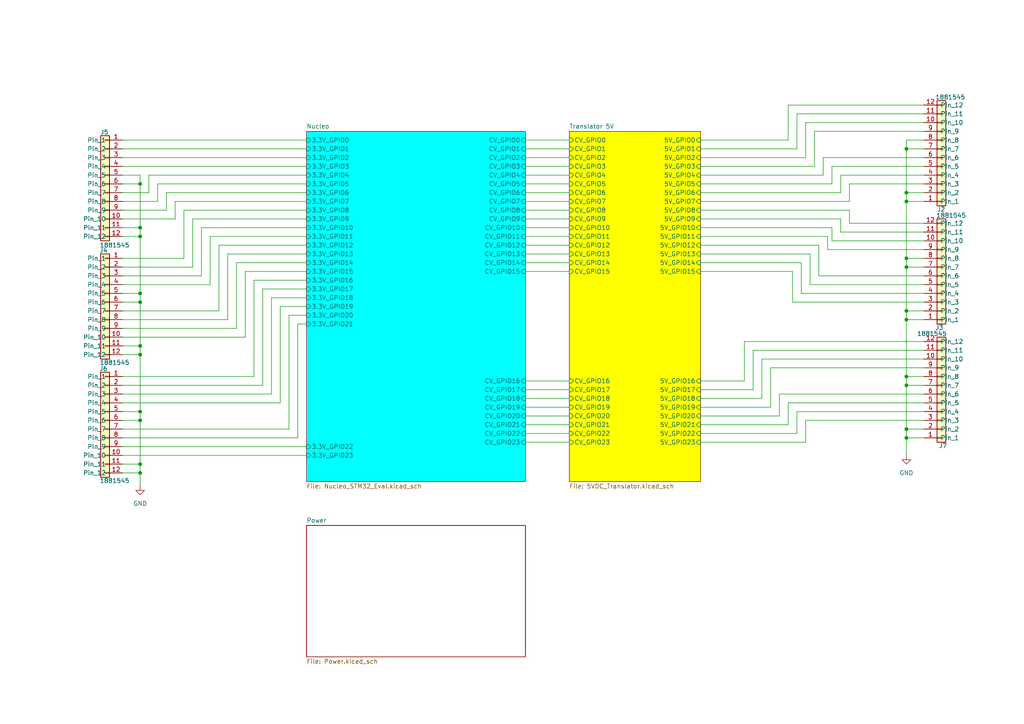
<source format=kicad_sch>
(kicad_sch (version 20231120) (generator "eeschema") (generator_version "8.0")
  (paper "A4")
  (lib_symbols
    (symbol "AVR-KiCAD-Lib-Connectors:1881545" (pin_names (offset 1.016))
      (property "Reference" "J" (at 4.318 31.496 0))
      (property "Value" "1881545" (at 7.366 -1.016 0))
      (symbol "1881545_1_1"
        (rectangle (start 3.81 1.397) (end 5.08 1.143) (stroke (width 0.1524)))
        (rectangle (start 3.81 3.937) (end 5.08 3.683) (stroke (width 0.1524)))
        (rectangle (start 3.81 6.477) (end 5.08 6.223) (stroke (width 0.1524)))
        (rectangle (start 3.81 9.017) (end 5.08 8.763) (stroke (width 0.1524)))
        (rectangle (start 3.81 11.557) (end 5.08 11.303) (stroke (width 0.1524)))
        (rectangle (start 3.81 14.097) (end 5.08 13.843) (stroke (width 0.1524)))
        (rectangle (start 3.81 16.637) (end 5.08 16.383) (stroke (width 0.1524)))
        (rectangle (start 3.81 19.177) (end 5.08 18.923) (stroke (width 0.1524)))
        (rectangle (start 3.81 21.717) (end 5.08 21.463) (stroke (width 0.1524)))
        (rectangle (start 3.81 24.257) (end 5.08 24.003) (stroke (width 0.1524)))
        (rectangle (start 3.81 26.797) (end 5.08 26.543) (stroke (width 0.1524)))
        (rectangle (start 3.81 29.337) (end 5.08 29.083) (stroke (width 0.1524)))
        (rectangle (start 3.81 30.48) (end 6.35 0) (stroke (width 0.254)) (fill (type background)))
        (pin passive line (at 0 29.21 0) (length 3.81) (name "Pin_1") (number "1"))
        (pin passive line (at 0 6.35 0) (length 3.81) (name "Pin_10") (number "10"))
        (pin passive line (at 0 3.81 0) (length 3.81) (name "Pin_11") (number "11"))
        (pin passive line (at 0 1.27 0) (length 3.81) (name "Pin_12") (number "12"))
        (pin passive line (at 0 26.67 0) (length 3.81) (name "Pin_2") (number "2"))
        (pin passive line (at 0 24.13 0) (length 3.81) (name "Pin_3") (number "3"))
        (pin passive line (at 0 21.59 0) (length 3.81) (name "Pin_4") (number "4"))
        (pin passive line (at 0 19.05 0) (length 3.81) (name "Pin_5") (number "5"))
        (pin passive line (at 0 16.51 0) (length 3.81) (name "Pin_6") (number "6"))
        (pin passive line (at 0 13.97 0) (length 3.81) (name "Pin_7") (number "7"))
        (pin passive line (at 0 11.43 0) (length 3.81) (name "Pin_8") (number "8"))
        (pin passive line (at 0 8.89 0) (length 3.81) (name "Pin_9") (number "9"))
      )
    )
    (symbol "power:GND" (power) (pin_numbers hide) (pin_names (offset 0) hide)
      (property "Value" "GND" (at 0 -3.81 0))
      (symbol "GND_0_1"
        (polyline (pts (xy 0 0) (xy 0 -1.27) (xy 1.27 -1.27) (xy 0 -2.54) (xy -1.27 -1.27) (xy 0 -1.27)))
      )
      (symbol "GND_1_1"
        (pin power_in line (at 0 0 270) (length 0) (name "~") (number "1"))
      )
    )
  )
  (junction (at 40.64 53.34))
  (junction (at 40.64 68.58))
  (junction (at 262.89 92.71))
  (junction (at 40.64 102.87))
  (junction (at 40.64 100.33))
  (junction (at 262.89 43.18))
  (junction (at 262.89 77.47))
  (junction (at 40.64 66.04))
  (junction (at 262.89 124.46))
  (junction (at 262.89 55.88))
  (junction (at 40.64 119.38))
  (junction (at 262.89 74.93))
  (junction (at 262.89 127))
  (junction (at 262.89 111.76))
  (junction (at 40.64 85.09))
  (junction (at 40.64 121.92))
  (junction (at 262.89 109.22))
  (junction (at 262.89 58.42))
  (junction (at 40.64 134.62))
  (junction (at 40.64 87.63))
  (junction (at 262.89 90.17))
  (junction (at 40.64 137.16))
  (wire (pts (xy 203.2 55.88) (xy 243.84 55.88)))
  (wire (pts (xy 152.4 113.03) (xy 165.1 113.03)))
  (wire (pts (xy 262.89 90.17) (xy 262.89 92.71)))
  (wire (pts (xy 40.64 68.58) (xy 40.64 85.09)))
  (wire (pts (xy 35.56 58.42) (xy 45.72 58.42)))
  (wire (pts (xy 267.97 53.34) (xy 246.38 53.34)))
  (wire (pts (xy 35.56 63.5) (xy 50.8 63.5)))
  (wire (pts (xy 262.89 132.08) (xy 262.89 127)))
  (wire (pts (xy 63.5 71.12) (xy 88.9 71.12)))
  (wire (pts (xy 76.2 83.82) (xy 88.9 83.82)))
  (wire (pts (xy 88.9 78.74) (xy 71.12 78.74)))
  (wire (pts (xy 40.64 137.16) (xy 40.64 134.62)))
  (wire (pts (xy 152.4 120.65) (xy 165.1 120.65)))
  (wire (pts (xy 152.4 43.18) (xy 165.1 43.18)))
  (wire (pts (xy 152.4 115.57) (xy 165.1 115.57)))
  (wire (pts (xy 88.9 93.98) (xy 86.36 93.98)))
  (wire (pts (xy 232.41 85.09) (xy 267.97 85.09)))
  (wire (pts (xy 60.96 68.58) (xy 88.9 68.58)))
  (wire (pts (xy 233.68 35.56) (xy 233.68 45.72)))
  (wire (pts (xy 243.84 67.31) (xy 243.84 63.5)))
  (wire (pts (xy 152.4 45.72) (xy 165.1 45.72)))
  (wire (pts (xy 55.88 77.47) (xy 35.56 77.47)))
  (wire (pts (xy 203.2 48.26) (xy 236.22 48.26)))
  (wire (pts (xy 231.14 43.18) (xy 231.14 33.02)))
  (wire (pts (xy 267.97 40.64) (xy 262.89 40.64)))
  (wire (pts (xy 78.74 114.3) (xy 35.56 114.3)))
  (wire (pts (xy 267.97 82.55) (xy 234.95 82.55)))
  (wire (pts (xy 262.89 111.76) (xy 262.89 109.22)))
  (wire (pts (xy 223.52 106.68) (xy 223.52 118.11)))
  (wire (pts (xy 203.2 40.64) (xy 228.6 40.64)))
  (wire (pts (xy 53.34 60.96) (xy 53.34 74.93)))
  (wire (pts (xy 241.3 53.34) (xy 203.2 53.34)))
  (wire (pts (xy 267.97 72.39) (xy 240.03 72.39)))
  (wire (pts (xy 35.56 119.38) (xy 40.64 119.38)))
  (wire (pts (xy 40.64 53.34) (xy 40.64 66.04)))
  (wire (pts (xy 50.8 58.42) (xy 88.9 58.42)))
  (wire (pts (xy 262.89 58.42) (xy 262.89 74.93)))
  (wire (pts (xy 267.97 48.26) (xy 241.3 48.26)))
  (wire (pts (xy 58.42 80.01) (xy 35.56 80.01)))
  (wire (pts (xy 152.4 60.96) (xy 165.1 60.96)))
  (wire (pts (xy 237.49 71.12) (xy 237.49 80.01)))
  (wire (pts (xy 226.06 114.3) (xy 267.97 114.3)))
  (wire (pts (xy 152.4 123.19) (xy 165.1 123.19)))
  (wire (pts (xy 83.82 124.46) (xy 35.56 124.46)))
  (wire (pts (xy 246.38 60.96) (xy 246.38 64.77)))
  (wire (pts (xy 81.28 116.84) (xy 81.28 88.9)))
  (wire (pts (xy 40.64 53.34) (xy 35.56 53.34)))
  (wire (pts (xy 40.64 102.87) (xy 35.56 102.87)))
  (wire (pts (xy 262.89 43.18) (xy 262.89 55.88)))
  (wire (pts (xy 152.4 110.49) (xy 165.1 110.49)))
  (wire (pts (xy 35.56 90.17) (xy 63.5 90.17)))
  (wire (pts (xy 241.3 48.26) (xy 241.3 53.34)))
  (wire (pts (xy 267.97 74.93) (xy 262.89 74.93)))
  (wire (pts (xy 152.4 71.12) (xy 165.1 71.12)))
  (wire (pts (xy 203.2 78.74) (xy 229.87 78.74)))
  (wire (pts (xy 88.9 60.96) (xy 53.34 60.96)))
  (wire (pts (xy 152.4 76.2) (xy 165.1 76.2)))
  (wire (pts (xy 262.89 40.64) (xy 262.89 43.18)))
  (wire (pts (xy 152.4 78.74) (xy 165.1 78.74)))
  (wire (pts (xy 203.2 110.49) (xy 215.9 110.49)))
  (wire (pts (xy 35.56 134.62) (xy 40.64 134.62)))
  (wire (pts (xy 228.6 40.64) (xy 228.6 30.48)))
  (wire (pts (xy 43.18 55.88) (xy 35.56 55.88)))
  (wire (pts (xy 203.2 115.57) (xy 220.98 115.57)))
  (wire (pts (xy 243.84 67.31) (xy 267.97 67.31)))
  (wire (pts (xy 45.72 58.42) (xy 45.72 53.34)))
  (wire (pts (xy 203.2 63.5) (xy 243.84 63.5)))
  (wire (pts (xy 71.12 78.74) (xy 71.12 97.79)))
  (wire (pts (xy 152.4 118.11) (xy 165.1 118.11)))
  (wire (pts (xy 40.64 134.62) (xy 40.64 121.92)))
  (wire (pts (xy 203.2 43.18) (xy 231.14 43.18)))
  (wire (pts (xy 68.58 95.25) (xy 68.58 76.2)))
  (wire (pts (xy 228.6 116.84) (xy 228.6 123.19)))
  (wire (pts (xy 35.56 132.08) (xy 88.9 132.08)))
  (wire (pts (xy 40.64 68.58) (xy 35.56 68.58)))
  (wire (pts (xy 262.89 55.88) (xy 262.89 58.42)))
  (wire (pts (xy 267.97 35.56) (xy 233.68 35.56)))
  (wire (pts (xy 267.97 101.6) (xy 218.44 101.6)))
  (wire (pts (xy 240.03 68.58) (xy 203.2 68.58)))
  (wire (pts (xy 203.2 66.04) (xy 241.3 66.04)))
  (wire (pts (xy 78.74 86.36) (xy 78.74 114.3)))
  (wire (pts (xy 35.56 45.72) (xy 88.9 45.72)))
  (wire (pts (xy 88.9 81.28) (xy 73.66 81.28)))
  (wire (pts (xy 203.2 120.65) (xy 226.06 120.65)))
  (wire (pts (xy 43.18 50.8) (xy 43.18 55.88)))
  (wire (pts (xy 262.89 109.22) (xy 262.89 92.71)))
  (wire (pts (xy 203.2 60.96) (xy 246.38 60.96)))
  (wire (pts (xy 86.36 127) (xy 35.56 127)))
  (wire (pts (xy 45.72 53.34) (xy 88.9 53.34)))
  (wire (pts (xy 83.82 91.44) (xy 83.82 124.46)))
  (wire (pts (xy 203.2 71.12) (xy 237.49 71.12)))
  (wire (pts (xy 262.89 77.47) (xy 262.89 90.17)))
  (wire (pts (xy 262.89 127) (xy 262.89 124.46)))
  (wire (pts (xy 246.38 58.42) (xy 203.2 58.42)))
  (wire (pts (xy 262.89 43.18) (xy 267.97 43.18)))
  (wire (pts (xy 71.12 97.79) (xy 35.56 97.79)))
  (wire (pts (xy 262.89 109.22) (xy 267.97 109.22)))
  (wire (pts (xy 68.58 76.2) (xy 88.9 76.2)))
  (wire (pts (xy 35.56 66.04) (xy 40.64 66.04)))
  (wire (pts (xy 243.84 50.8) (xy 267.97 50.8)))
  (wire (pts (xy 238.76 45.72) (xy 267.97 45.72)))
  (wire (pts (xy 53.34 74.93) (xy 35.56 74.93)))
  (wire (pts (xy 215.9 99.06) (xy 267.97 99.06)))
  (wire (pts (xy 220.98 104.14) (xy 267.97 104.14)))
  (wire (pts (xy 88.9 66.04) (xy 58.42 66.04)))
  (wire (pts (xy 267.97 121.92) (xy 233.68 121.92)))
  (wire (pts (xy 152.4 66.04) (xy 165.1 66.04)))
  (wire (pts (xy 233.68 121.92) (xy 233.68 128.27)))
  (wire (pts (xy 203.2 125.73) (xy 231.14 125.73)))
  (wire (pts (xy 152.4 73.66) (xy 165.1 73.66)))
  (wire (pts (xy 40.64 121.92) (xy 40.64 119.38)))
  (wire (pts (xy 88.9 73.66) (xy 66.04 73.66)))
  (wire (pts (xy 152.4 58.42) (xy 165.1 58.42)))
  (wire (pts (xy 152.4 50.8) (xy 165.1 50.8)))
  (wire (pts (xy 262.89 111.76) (xy 267.97 111.76)))
  (wire (pts (xy 267.97 90.17) (xy 262.89 90.17)))
  (wire (pts (xy 40.64 119.38) (xy 40.64 102.87)))
  (wire (pts (xy 241.3 66.04) (xy 241.3 69.85)))
  (wire (pts (xy 229.87 87.63) (xy 267.97 87.63)))
  (wire (pts (xy 152.4 48.26) (xy 165.1 48.26)))
  (wire (pts (xy 35.56 40.64) (xy 88.9 40.64)))
  (wire (pts (xy 267.97 106.68) (xy 223.52 106.68)))
  (wire (pts (xy 63.5 90.17) (xy 63.5 71.12)))
  (wire (pts (xy 203.2 50.8) (xy 238.76 50.8)))
  (wire (pts (xy 35.56 85.09) (xy 40.64 85.09)))
  (wire (pts (xy 152.4 125.73) (xy 165.1 125.73)))
  (wire (pts (xy 240.03 72.39) (xy 240.03 68.58)))
  (wire (pts (xy 203.2 76.2) (xy 232.41 76.2)))
  (wire (pts (xy 48.26 60.96) (xy 35.56 60.96)))
  (wire (pts (xy 262.89 124.46) (xy 262.89 111.76)))
  (wire (pts (xy 246.38 53.34) (xy 246.38 58.42)))
  (wire (pts (xy 229.87 78.74) (xy 229.87 87.63)))
  (wire (pts (xy 262.89 124.46) (xy 267.97 124.46)))
  (wire (pts (xy 234.95 82.55) (xy 234.95 73.66)))
  (wire (pts (xy 262.89 58.42) (xy 267.97 58.42)))
  (wire (pts (xy 35.56 137.16) (xy 40.64 137.16)))
  (wire (pts (xy 73.66 109.22) (xy 35.56 109.22)))
  (wire (pts (xy 267.97 55.88) (xy 262.89 55.88)))
  (wire (pts (xy 236.22 38.1) (xy 267.97 38.1)))
  (wire (pts (xy 152.4 53.34) (xy 165.1 53.34)))
  (wire (pts (xy 35.56 48.26) (xy 88.9 48.26)))
  (wire (pts (xy 152.4 55.88) (xy 165.1 55.88)))
  (wire (pts (xy 35.56 121.92) (xy 40.64 121.92)))
  (wire (pts (xy 231.14 125.73) (xy 231.14 119.38)))
  (wire (pts (xy 35.56 50.8) (xy 40.64 50.8)))
  (wire (pts (xy 58.42 66.04) (xy 58.42 80.01)))
  (wire (pts (xy 66.04 92.71) (xy 35.56 92.71)))
  (wire (pts (xy 81.28 88.9) (xy 88.9 88.9)))
  (wire (pts (xy 218.44 101.6) (xy 218.44 113.03)))
  (wire (pts (xy 60.96 82.55) (xy 60.96 68.58)))
  (wire (pts (xy 35.56 116.84) (xy 81.28 116.84)))
  (wire (pts (xy 35.56 129.54) (xy 88.9 129.54)))
  (wire (pts (xy 86.36 93.98) (xy 86.36 127)))
  (wire (pts (xy 246.38 64.77) (xy 267.97 64.77)))
  (wire (pts (xy 40.64 87.63) (xy 40.64 100.33)))
  (wire (pts (xy 228.6 30.48) (xy 267.97 30.48)))
  (wire (pts (xy 233.68 45.72) (xy 203.2 45.72)))
  (wire (pts (xy 223.52 118.11) (xy 203.2 118.11)))
  (wire (pts (xy 233.68 128.27) (xy 203.2 128.27)))
  (wire (pts (xy 228.6 123.19) (xy 203.2 123.19)))
  (wire (pts (xy 88.9 86.36) (xy 78.74 86.36)))
  (wire (pts (xy 50.8 63.5) (xy 50.8 58.42)))
  (wire (pts (xy 238.76 50.8) (xy 238.76 45.72)))
  (wire (pts (xy 40.64 87.63) (xy 35.56 87.63)))
  (wire (pts (xy 152.4 128.27) (xy 165.1 128.27)))
  (wire (pts (xy 40.64 85.09) (xy 40.64 87.63)))
  (wire (pts (xy 76.2 111.76) (xy 76.2 83.82)))
  (wire (pts (xy 231.14 33.02) (xy 267.97 33.02)))
  (wire (pts (xy 88.9 63.5) (xy 55.88 63.5)))
  (wire (pts (xy 40.64 140.97) (xy 40.64 137.16)))
  (wire (pts (xy 40.64 66.04) (xy 40.64 68.58)))
  (wire (pts (xy 66.04 73.66) (xy 66.04 92.71)))
  (wire (pts (xy 231.14 119.38) (xy 267.97 119.38)))
  (wire (pts (xy 267.97 116.84) (xy 228.6 116.84)))
  (wire (pts (xy 88.9 50.8) (xy 43.18 50.8)))
  (wire (pts (xy 262.89 77.47) (xy 267.97 77.47)))
  (wire (pts (xy 35.56 43.18) (xy 88.9 43.18)))
  (wire (pts (xy 35.56 100.33) (xy 40.64 100.33)))
  (wire (pts (xy 262.89 74.93) (xy 262.89 77.47)))
  (wire (pts (xy 232.41 76.2) (xy 232.41 85.09)))
  (wire (pts (xy 226.06 120.65) (xy 226.06 114.3)))
  (wire (pts (xy 262.89 92.71) (xy 267.97 92.71)))
  (wire (pts (xy 73.66 81.28) (xy 73.66 109.22)))
  (wire (pts (xy 215.9 110.49) (xy 215.9 99.06)))
  (wire (pts (xy 88.9 91.44) (xy 83.82 91.44)))
  (wire (pts (xy 236.22 48.26) (xy 236.22 38.1)))
  (wire (pts (xy 234.95 73.66) (xy 203.2 73.66)))
  (wire (pts (xy 243.84 55.88) (xy 243.84 50.8)))
  (wire (pts (xy 48.26 55.88) (xy 48.26 60.96)))
  (wire (pts (xy 220.98 115.57) (xy 220.98 104.14)))
  (wire (pts (xy 152.4 63.5) (xy 165.1 63.5)))
  (wire (pts (xy 35.56 95.25) (xy 68.58 95.25)))
  (wire (pts (xy 262.89 127) (xy 267.97 127)))
  (wire (pts (xy 152.4 68.58) (xy 165.1 68.58)))
  (wire (pts (xy 40.64 50.8) (xy 40.64 53.34)))
  (wire (pts (xy 88.9 55.88) (xy 48.26 55.88)))
  (wire (pts (xy 35.56 111.76) (xy 76.2 111.76)))
  (wire (pts (xy 237.49 80.01) (xy 267.97 80.01)))
  (wire (pts (xy 35.56 82.55) (xy 60.96 82.55)))
  (wire (pts (xy 40.64 100.33) (xy 40.64 102.87)))
  (wire (pts (xy 55.88 63.5) (xy 55.88 77.47)))
  (wire (pts (xy 152.4 40.64) (xy 165.1 40.64)))
  (wire (pts (xy 241.3 69.85) (xy 267.97 69.85)))
  (wire (pts (xy 218.44 113.03) (xy 203.2 113.03)))
  (symbol (lib_id "AVR-KiCAD-Lib-Connectors:1881545") (at 35.56 138.43 0) (mirror y) (unit 1)
    (property "Reference" "J6" (at 31.242 106.934 0) (effects (justify left)))
    (property "Value" "1881545" (at 37.592 139.446 0) (effects (justify left)))
    (property "Footprint" "AVR-KiCAD-Lib-Connectors:PHOENIX_1881545" (effects (hide yes)))
    (property "Datasheet" "https://www.phoenixcontact.com/en-us/products/pcb-header-mc-0512-g-25-1881545?type=pdf" (effects (hide yes)))
    (property "Description" "12 Position Terminal Block Header, Male Pins, Shrouded (4 Side) 0.098\" (2.50mm) 90°, Right Angle Through Hole" (effects (hide yes)))
    (property "Cost QTY: 1" "4.80000" (effects (hide yes)))
    (property "Cost QTY: 1000" "*" (effects (hide yes)))
    (property "Cost QTY: 2500" "*" (effects (hide yes)))
    (property "Cost QTY: 5000" "*" (effects (hide yes)))
    (property "Cost QTY: 10000" "*" (effects (hide yes)))
    (property "MFR" "Phoenix Contact" (effects (hide yes)))
    (property "MFR#" "1881545" (effects (hide yes)))
    (property "Vendor" "Digikey" (effects (hide yes)))
    (property "Vendor #" "277-1451-ND" (effects (hide yes)))
    (property "Designer" "*" (effects (hide yes)))
    (property "Height" "*" (effects (hide yes)))
    (property "Date Created" "3/21/2024" (effects (hide yes)))
    (property "Date Modified" "3/21/2024" (effects (hide yes)))
    (property "Lead-Free ?" "Yes" (effects (hide yes)))
    (property "RoHS Levels" "1" (effects (hide yes)))
    (property "Mounting" "ThroughHole" (effects (hide yes)))
    (property "Pin Count #" "12" (effects (hide yes)))
    (property "Status" "Active" (effects (hide yes)))
    (property "Tolerance" "N/A" (effects (hide yes)))
    (property "Type" "Connector" (effects (hide yes)))
    (property "Voltage" "125V" (effects (hide yes)))
    (property "Package" "Proprietary" (effects (hide yes)))
    (property "_Value_" "1881545" (effects (hide yes)))
    (property "Management_ID" "*" (effects (hide yes)))
  )
  (symbol (lib_id "AVR-KiCAD-Lib-Connectors:1881545") (at 267.97 97.79 0) (mirror x) (unit 1)
    (property "Reference" "J7" (at 272.288 129.286 0) (effects (justify left)))
    (property "Value" "1881545" (at 265.938 96.774 0) (effects (justify left)))
    (property "Footprint" "AVR-KiCAD-Lib-Connectors:PHOENIX_1881545" (effects (hide yes)))
    (property "Datasheet" "https://www.phoenixcontact.com/en-us/products/pcb-header-mc-0512-g-25-1881545?type=pdf" (effects (hide yes)))
    (property "Description" "12 Position Terminal Block Header, Male Pins, Shrouded (4 Side) 0.098\" (2.50mm) 90°, Right Angle Through Hole" (effects (hide yes)))
    (property "Cost QTY: 1" "4.80000" (effects (hide yes)))
    (property "Cost QTY: 1000" "*" (effects (hide yes)))
    (property "Cost QTY: 2500" "*" (effects (hide yes)))
    (property "Cost QTY: 5000" "*" (effects (hide yes)))
    (property "Cost QTY: 10000" "*" (effects (hide yes)))
    (property "MFR" "Phoenix Contact" (effects (hide yes)))
    (property "MFR#" "1881545" (effects (hide yes)))
    (property "Vendor" "Digikey" (effects (hide yes)))
    (property "Vendor #" "277-1451-ND" (effects (hide yes)))
    (property "Designer" "*" (effects (hide yes)))
    (property "Height" "*" (effects (hide yes)))
    (property "Date Created" "3/21/2024" (effects (hide yes)))
    (property "Date Modified" "3/21/2024" (effects (hide yes)))
    (property "Lead-Free ?" "Yes" (effects (hide yes)))
    (property "RoHS Levels" "1" (effects (hide yes)))
    (property "Mounting" "ThroughHole" (effects (hide yes)))
    (property "Pin Count #" "12" (effects (hide yes)))
    (property "Status" "Active" (effects (hide yes)))
    (property "Tolerance" "N/A" (effects (hide yes)))
    (property "Type" "Connector" (effects (hide yes)))
    (property "Voltage" "125V" (effects (hide yes)))
    (property "Package" "Proprietary" (effects (hide yes)))
    (property "_Value_" "1881545" (effects (hide yes)))
    (property "Management_ID" "*" (effects (hide yes)))
  )
  (symbol (lib_id "power:GND") (at 40.64 140.97 0) (mirror y) (unit 1)
    (property "Reference" "#PWR03" (effects (hide yes)))
    (property "Value" "GND" (at 40.64 146.05 0))
    (property "Description" "Power symbol creates a global label with name \"GND\" , ground" (effects (hide yes)))
  )
  (symbol (lib_id "power:GND") (at 262.89 132.08 0) (unit 1)
    (property "Reference" "#PWR02" (effects (hide yes)))
    (property "Value" "GND" (at 262.89 137.16 0))
    (property "Description" "Power symbol creates a global label with name \"GND\" , ground" (effects (hide yes)))
  )
  (symbol (lib_id "AVR-KiCAD-Lib-Connectors:1881545") (at 35.56 104.14 0) (mirror y) (unit 1)
    (property "Reference" "J4" (at 31.242 72.644 0) (effects (justify left)))
    (property "Value" "1881545" (at 37.592 105.156 0) (effects (justify left)))
    (property "Footprint" "AVR-KiCAD-Lib-Connectors:PHOENIX_1881545" (effects (hide yes)))
    (property "Datasheet" "https://www.phoenixcontact.com/en-us/products/pcb-header-mc-0512-g-25-1881545?type=pdf" (effects (hide yes)))
    (property "Description" "12 Position Terminal Block Header, Male Pins, Shrouded (4 Side) 0.098\" (2.50mm) 90°, Right Angle Through Hole" (effects (hide yes)))
    (property "Cost QTY: 1" "4.80000" (effects (hide yes)))
    (property "Cost QTY: 1000" "*" (effects (hide yes)))
    (property "Cost QTY: 2500" "*" (effects (hide yes)))
    (property "Cost QTY: 5000" "*" (effects (hide yes)))
    (property "Cost QTY: 10000" "*" (effects (hide yes)))
    (property "MFR" "Phoenix Contact" (effects (hide yes)))
    (property "MFR#" "1881545" (effects (hide yes)))
    (property "Vendor" "Digikey" (effects (hide yes)))
    (property "Vendor #" "277-1451-ND" (effects (hide yes)))
    (property "Designer" "*" (effects (hide yes)))
    (property "Height" "*" (effects (hide yes)))
    (property "Date Created" "3/21/2024" (effects (hide yes)))
    (property "Date Modified" "3/21/2024" (effects (hide yes)))
    (property "Lead-Free ?" "Yes" (effects (hide yes)))
    (property "RoHS Levels" "1" (effects (hide yes)))
    (property "Mounting" "ThroughHole" (effects (hide yes)))
    (property "Pin Count #" "12" (effects (hide yes)))
    (property "Status" "Active" (effects (hide yes)))
    (property "Tolerance" "N/A" (effects (hide yes)))
    (property "Type" "Connector" (effects (hide yes)))
    (property "Voltage" "125V" (effects (hide yes)))
    (property "Package" "Proprietary" (effects (hide yes)))
    (property "_Value_" "1881545" (effects (hide yes)))
    (property "Management_ID" "*" (effects (hide yes)))
  )
  (symbol (lib_id "AVR-KiCAD-Lib-Connectors:1881545") (at 35.56 69.85 0) (mirror y) (unit 1)
    (property "Reference" "J5" (at 31.496 38.354 0) (effects (justify left)))
    (property "Value" "1881545" (at 37.592 71.12 0) (effects (justify left)))
    (property "Footprint" "AVR-KiCAD-Lib-Connectors:PHOENIX_1881545" (effects (hide yes)))
    (property "Datasheet" "https://www.phoenixcontact.com/en-us/products/pcb-header-mc-0512-g-25-1881545?type=pdf" (effects (hide yes)))
    (property "Description" "12 Position Terminal Block Header, Male Pins, Shrouded (4 Side) 0.098\" (2.50mm) 90°, Right Angle Through Hole" (effects (hide yes)))
    (property "Cost QTY: 1" "4.80000" (effects (hide yes)))
    (property "Cost QTY: 1000" "*" (effects (hide yes)))
    (property "Cost QTY: 2500" "*" (effects (hide yes)))
    (property "Cost QTY: 5000" "*" (effects (hide yes)))
    (property "Cost QTY: 10000" "*" (effects (hide yes)))
    (property "MFR" "Phoenix Contact" (effects (hide yes)))
    (property "MFR#" "1881545" (effects (hide yes)))
    (property "Vendor" "Digikey" (effects (hide yes)))
    (property "Vendor #" "277-1451-ND" (effects (hide yes)))
    (property "Designer" "*" (effects (hide yes)))
    (property "Height" "*" (effects (hide yes)))
    (property "Date Created" "3/21/2024" (effects (hide yes)))
    (property "Date Modified" "3/21/2024" (effects (hide yes)))
    (property "Lead-Free ?" "Yes" (effects (hide yes)))
    (property "RoHS Levels" "1" (effects (hide yes)))
    (property "Mounting" "ThroughHole" (effects (hide yes)))
    (property "Pin Count #" "12" (effects (hide yes)))
    (property "Status" "Active" (effects (hide yes)))
    (property "Tolerance" "N/A" (effects (hide yes)))
    (property "Type" "Connector" (effects (hide yes)))
    (property "Voltage" "125V" (effects (hide yes)))
    (property "Package" "Proprietary" (effects (hide yes)))
    (property "_Value_" "1881545" (effects (hide yes)))
    (property "Management_ID" "*" (effects (hide yes)))
  )
  (symbol (lib_id "AVR-KiCAD-Lib-Connectors:1881545") (at 267.97 29.21 0) (mirror x) (unit 1)
    (property "Reference" "J2" (at 271.78 60.706 0) (effects (justify left)))
    (property "Value" "1881545" (at 271.272 28.194 0) (effects (justify left)))
    (property "Footprint" "AVR-KiCAD-Lib-Connectors:PHOENIX_1881545" (effects (hide yes)))
    (property "Datasheet" "https://www.phoenixcontact.com/en-us/products/pcb-header-mc-0512-g-25-1881545?type=pdf" (effects (hide yes)))
    (property "Description" "12 Position Terminal Block Header, Male Pins, Shrouded (4 Side) 0.098\" (2.50mm) 90°, Right Angle Through Hole" (effects (hide yes)))
    (property "Cost QTY: 1" "4.80000" (effects (hide yes)))
    (property "Cost QTY: 1000" "*" (effects (hide yes)))
    (property "Cost QTY: 2500" "*" (effects (hide yes)))
    (property "Cost QTY: 5000" "*" (effects (hide yes)))
    (property "Cost QTY: 10000" "*" (effects (hide yes)))
    (property "MFR" "Phoenix Contact" (effects (hide yes)))
    (property "MFR#" "1881545" (effects (hide yes)))
    (property "Vendor" "Digikey" (effects (hide yes)))
    (property "Vendor #" "277-1451-ND" (effects (hide yes)))
    (property "Designer" "*" (effects (hide yes)))
    (property "Height" "*" (effects (hide yes)))
    (property "Date Created" "3/21/2024" (effects (hide yes)))
    (property "Date Modified" "3/21/2024" (effects (hide yes)))
    (property "Lead-Free ?" "Yes" (effects (hide yes)))
    (property "RoHS Levels" "1" (effects (hide yes)))
    (property "Mounting" "ThroughHole" (effects (hide yes)))
    (property "Pin Count #" "12" (effects (hide yes)))
    (property "Status" "Active" (effects (hide yes)))
    (property "Tolerance" "N/A" (effects (hide yes)))
    (property "Type" "Connector" (effects (hide yes)))
    (property "Voltage" "125V" (effects (hide yes)))
    (property "Package" "Proprietary" (effects (hide yes)))
    (property "_Value_" "1881545" (effects (hide yes)))
    (property "Management_ID" "*" (effects (hide yes)))
  )
  (symbol (lib_id "AVR-KiCAD-Lib-Connectors:1881545") (at 267.97 63.5 0) (mirror x) (unit 1)
    (property "Reference" "J3" (at 271.272 94.996 0) (effects (justify left)))
    (property "Value" "1881545" (at 271.526 62.484 0) (effects (justify left)))
    (property "Footprint" "AVR-KiCAD-Lib-Connectors:PHOENIX_1881545" (effects (hide yes)))
    (property "Datasheet" "https://www.phoenixcontact.com/en-us/products/pcb-header-mc-0512-g-25-1881545?type=pdf" (effects (hide yes)))
    (property "Description" "12 Position Terminal Block Header, Male Pins, Shrouded (4 Side) 0.098\" (2.50mm) 90°, Right Angle Through Hole" (effects (hide yes)))
    (property "Cost QTY: 1" "4.80000" (effects (hide yes)))
    (property "Cost QTY: 1000" "*" (effects (hide yes)))
    (property "Cost QTY: 2500" "*" (effects (hide yes)))
    (property "Cost QTY: 5000" "*" (effects (hide yes)))
    (property "Cost QTY: 10000" "*" (effects (hide yes)))
    (property "MFR" "Phoenix Contact" (effects (hide yes)))
    (property "MFR#" "1881545" (effects (hide yes)))
    (property "Vendor" "Digikey" (effects (hide yes)))
    (property "Vendor #" "277-1451-ND" (effects (hide yes)))
    (property "Designer" "*" (effects (hide yes)))
    (property "Height" "*" (effects (hide yes)))
    (property "Date Created" "3/21/2024" (effects (hide yes)))
    (property "Date Modified" "3/21/2024" (effects (hide yes)))
    (property "Lead-Free ?" "Yes" (effects (hide yes)))
    (property "RoHS Levels" "1" (effects (hide yes)))
    (property "Mounting" "ThroughHole" (effects (hide yes)))
    (property "Pin Count #" "12" (effects (hide yes)))
    (property "Status" "Active" (effects (hide yes)))
    (property "Tolerance" "N/A" (effects (hide yes)))
    (property "Type" "Connector" (effects (hide yes)))
    (property "Voltage" "125V" (effects (hide yes)))
    (property "Package" "Proprietary" (effects (hide yes)))
    (property "_Value_" "1881545" (effects (hide yes)))
    (property "Management_ID" "*" (effects (hide yes)))
  )
  (sheet (at 88.9 152.4) (size 63.5 38.1) (stroke (width 0.1524))
    (property "Sheetname" "Power" (at 88.9 151.6884 0) (effects (justify left bottom)))
    (property "Sheetfile" "Power.kicad_sch" (at 88.9 191.0846 0) (effects (justify left top)))
  )
  (sheet (at 165.1 38.1) (size 38.1 101.6) (stroke (width 0.1524)) (fill (color 255 255 0 1.0000))
    (property "Sheetname" "Translator 5V" (at 165.1 37.3884 0) (effects (justify left bottom)))
    (property "Sheetfile" "5VDC_Translator.kicad_sch" (at 165.1 140.2846 0) (effects (justify left top)))
    (pin "CV_GPIO13" input (at 165.1 73.66 180))
    (pin "CV_GPIO10" input (at 165.1 66.04 180))
    (pin "CV_GPIO9" input (at 165.1 63.5 180))
    (pin "CV_GPIO8" input (at 165.1 60.96 180))
    (pin "CV_GPIO12" input (at 165.1 71.12 180))
    (pin "CV_GPIO15" input (at 165.1 78.74 180))
    (pin "CV_GPIO14" input (at 165.1 76.2 180))
    (pin "CV_GPIO11" input (at 165.1 68.58 180))
    (pin "CV_GPIO7" input (at 165.1 58.42 180))
    (pin "CV_GPIO5" input (at 165.1 53.34 180))
    (pin "CV_GPIO1" input (at 165.1 43.18 180))
    (pin "CV_GPIO0" input (at 165.1 40.64 180))
    (pin "CV_GPIO6" input (at 165.1 55.88 180))
    (pin "CV_GPIO4" input (at 165.1 50.8 180))
    (pin "CV_GPIO2" input (at 165.1 45.72 180))
    (pin "CV_GPIO3" input (at 165.1 48.26 180))
    (pin "5V_GPIO8" input (at 203.2 60.96 0))
    (pin "5V_GPIO15" input (at 203.2 78.74 0))
    (pin "5V_GPIO12" input (at 203.2 71.12 0))
    (pin "5V_GPIO13" input (at 203.2 73.66 0))
    (pin "5V_GPIO14" input (at 203.2 76.2 0))
    (pin "5V_GPIO11" input (at 203.2 68.58 0))
    (pin "5V_GPIO10" input (at 203.2 66.04 0))
    (pin "5V_GPIO9" input (at 203.2 63.5 0))
    (pin "5V_GPIO7" input (at 203.2 58.42 0))
    (pin "5V_GPIO5" input (at 203.2 53.34 0))
    (pin "5V_GPIO3" input (at 203.2 48.26 0))
    (pin "5V_GPIO2" input (at 203.2 45.72 0))
    (pin "5V_GPIO1" input (at 203.2 43.18 0))
    (pin "5V_GPIO4" input (at 203.2 50.8 0))
    (pin "5V_GPIO0" input (at 203.2 40.64 0))
    (pin "5V_GPIO6" input (at 203.2 55.88 0))
    (pin "CV_GPIO20" input (at 165.1 120.65 180))
    (pin "CV_GPIO21" input (at 165.1 123.19 180))
    (pin "CV_GPIO18" input (at 165.1 115.57 180))
    (pin "CV_GPIO19" input (at 165.1 118.11 180))
    (pin "CV_GPIO23" input (at 165.1 128.27 180))
    (pin "CV_GPIO22" input (at 165.1 125.73 180))
    (pin "CV_GPIO17" input (at 165.1 113.03 180))
    (pin "CV_GPIO16" input (at 165.1 110.49 180))
    (pin "5V_GPIO22" input (at 203.2 125.73 0))
    (pin "5V_GPIO19" input (at 203.2 118.11 0))
    (pin "5V_GPIO21" input (at 203.2 123.19 0))
    (pin "5V_GPIO17" input (at 203.2 113.03 0))
    (pin "5V_GPIO18" input (at 203.2 115.57 0))
    (pin "5V_GPIO23" input (at 203.2 128.27 0))
    (pin "5V_GPIO20" input (at 203.2 120.65 0))
    (pin "5V_GPIO16" input (at 203.2 110.49 0))
  )
  (sheet (at 88.9 38.1) (size 63.5 101.6) (stroke (width 0.1524)) (fill (color 0 255 255 1.0000))
    (property "Sheetname" "Nucleo" (at 88.9 37.3884 0) (effects (justify left bottom)))
    (property "Sheetfile" "Nucleo_STM32_Eval.kicad_sch" (at 88.9 140.2846 0) (effects (justify left top)))
    (pin "CV_GPIO10" input (at 152.4 66.04 0))
    (pin "CV_GPIO14" input (at 152.4 76.2 0))
    (pin "CV_GPIO9" input (at 152.4 63.5 0))
    (pin "CV_GPIO8" input (at 152.4 60.96 0))
    (pin "CV_GPIO15" input (at 152.4 78.74 0))
    (pin "CV_GPIO12" input (at 152.4 71.12 0))
    (pin "CV_GPIO13" input (at 152.4 73.66 0))
    (pin "CV_GPIO11" input (at 152.4 68.58 0))
    (pin "CV_GPIO0" input (at 152.4 40.64 0))
    (pin "CV_GPIO2" input (at 152.4 45.72 0))
    (pin "CV_GPIO4" input (at 152.4 50.8 0))
    (pin "CV_GPIO1" input (at 152.4 43.18 0))
    (pin "CV_GPIO3" input (at 152.4 48.26 0))
    (pin "CV_GPIO5" input (at 152.4 53.34 0))
    (pin "CV_GPIO7" input (at 152.4 58.42 0))
    (pin "CV_GPIO6" input (at 152.4 55.88 0))
    (pin "3.3V_GPIO0" input (at 88.9 40.64 180))
    (pin "3.3V_GPIO1" input (at 88.9 43.18 180))
    (pin "3.3V_GPIO2" input (at 88.9 45.72 180))
    (pin "3.3V_GPIO3" input (at 88.9 48.26 180))
    (pin "3.3V_GPIO4" input (at 88.9 50.8 180))
    (pin "3.3V_GPIO5" input (at 88.9 53.34 180))
    (pin "3.3V_GPIO6" input (at 88.9 55.88 180))
    (pin "3.3V_GPIO7" input (at 88.9 58.42 180))
    (pin "3.3V_GPIO14" input (at 88.9 76.2 180))
    (pin "3.3V_GPIO13" input (at 88.9 73.66 180))
    (pin "3.3V_GPIO11" input (at 88.9 68.58 180))
    (pin "3.3V_GPIO12" input (at 88.9 71.12 180))
    (pin "3.3V_GPIO8" input (at 88.9 60.96 180))
    (pin "3.3V_GPIO9" input (at 88.9 63.5 180))
    (pin "3.3V_GPIO10" input (at 88.9 66.04 180))
    (pin "3.3V_GPIO15" input (at 88.9 78.74 180))
    (pin "CV_GPIO23" input (at 152.4 128.27 0))
    (pin "CV_GPIO22" input (at 152.4 125.73 0))
    (pin "CV_GPIO21" input (at 152.4 123.19 0))
    (pin "CV_GPIO17" input (at 152.4 113.03 0))
    (pin "CV_GPIO20" input (at 152.4 120.65 0))
    (pin "CV_GPIO18" input (at 152.4 115.57 0))
    (pin "CV_GPIO19" input (at 152.4 118.11 0))
    (pin "CV_GPIO16" input (at 152.4 110.49 0))
    (pin "3.3V_GPIO20" input (at 88.9 91.44 180))
    (pin "3.3V_GPIO16" input (at 88.9 81.28 180))
    (pin "3.3V_GPIO18" input (at 88.9 86.36 180))
    (pin "3.3V_GPIO19" input (at 88.9 88.9 180))
    (pin "3.3V_GPIO21" input (at 88.9 93.98 180))
    (pin "3.3V_GPIO17" input (at 88.9 83.82 180))
    (pin "3.3V_GPIO22" input (at 88.9 129.54 180))
    (pin "3.3V_GPIO23" input (at 88.9 132.08 180))
  )
)
</source>
